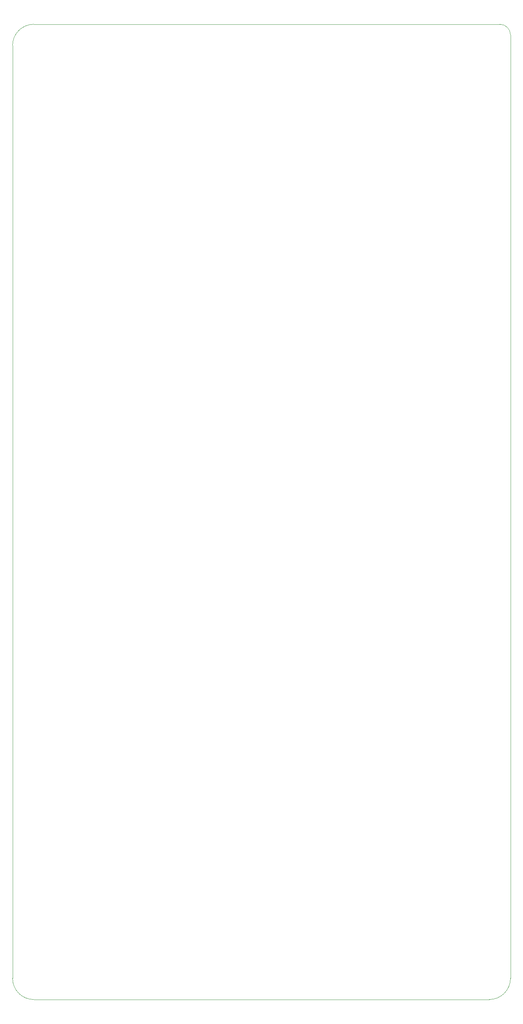
<source format=gbr>
%TF.GenerationSoftware,KiCad,Pcbnew,8.0.6*%
%TF.CreationDate,2025-05-14T12:37:59-04:00*%
%TF.ProjectId,TPC_Warm_Shaper,5450435f-5761-4726-9d5f-536861706572,rev?*%
%TF.SameCoordinates,Original*%
%TF.FileFunction,Profile,NP*%
%FSLAX46Y46*%
G04 Gerber Fmt 4.6, Leading zero omitted, Abs format (unit mm)*
G04 Created by KiCad (PCBNEW 8.0.6) date 2025-05-14 12:37:59*
%MOMM*%
%LPD*%
G01*
G04 APERTURE LIST*
%TA.AperFunction,Profile*%
%ADD10C,0.050000*%
%TD*%
G04 APERTURE END LIST*
D10*
X231140000Y-38100000D02*
X231140000Y-261620000D01*
X231140000Y-38100000D02*
X231140000Y-35560000D01*
X111760000Y-38100000D02*
G75*
G02*
X116840000Y-33020000I5080000J0D01*
G01*
X193040000Y-33020000D02*
X228600000Y-33020000D01*
X193040000Y-266700000D02*
X116840000Y-266700000D01*
X116840000Y-266700000D02*
G75*
G02*
X111760000Y-261620000I0J5080000D01*
G01*
X111760000Y-261620000D02*
X111760000Y-231140000D01*
X231140000Y-261620000D02*
G75*
G02*
X226060000Y-266700000I-5080000J0D01*
G01*
X111760000Y-231140000D02*
X111760000Y-203200000D01*
X228600000Y-33020000D02*
G75*
G02*
X231140000Y-35560000I0J-2540000D01*
G01*
X226060000Y-266700000D02*
X193040000Y-266700000D01*
X116840000Y-33020000D02*
X193040000Y-33020000D01*
X111760000Y-76200000D02*
X111760000Y-38100000D01*
X111760000Y-203200000D02*
X111760000Y-76200000D01*
M02*

</source>
